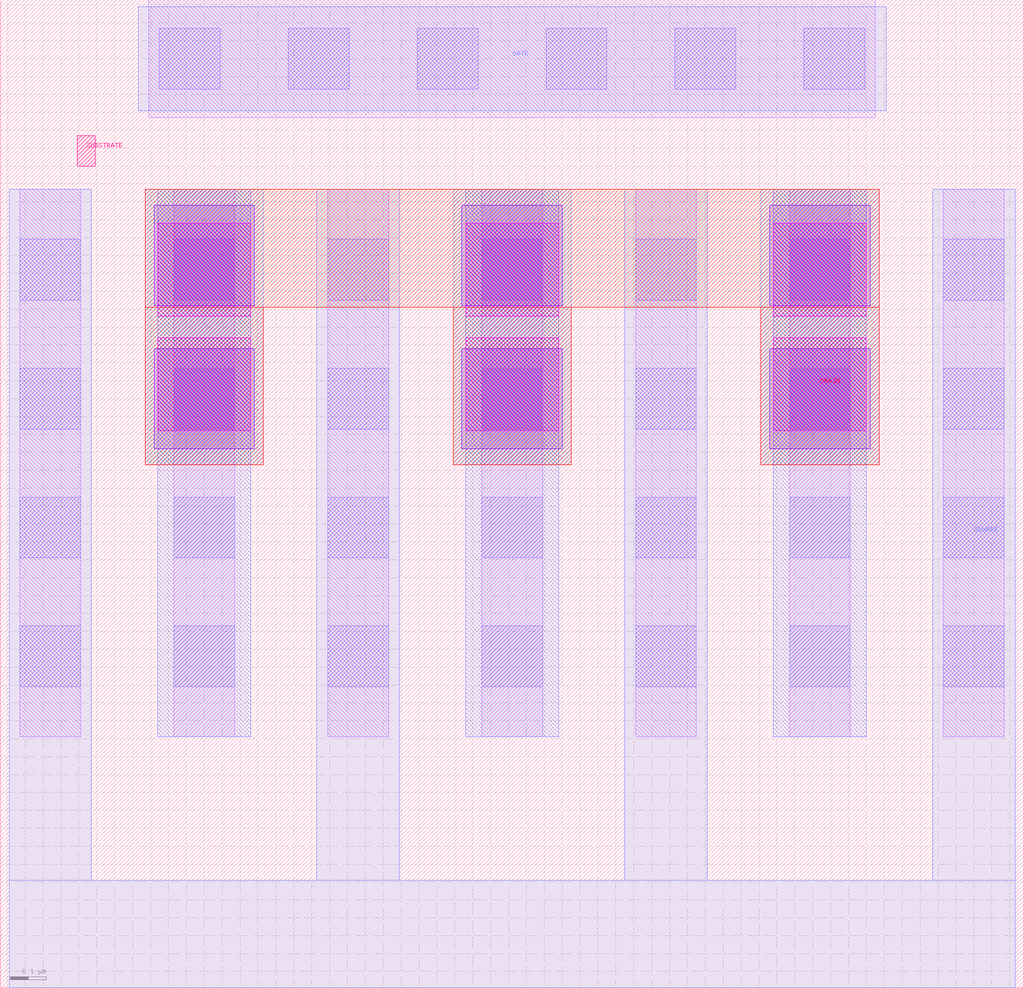
<source format=lef>
# Copyright 2020 The SkyWater PDK Authors
#
# Licensed under the Apache License, Version 2.0 (the "License");
# you may not use this file except in compliance with the License.
# You may obtain a copy of the License at
#
#     https://www.apache.org/licenses/LICENSE-2.0
#
# Unless required by applicable law or agreed to in writing, software
# distributed under the License is distributed on an "AS IS" BASIS,
# WITHOUT WARRANTIES OR CONDITIONS OF ANY KIND, either express or implied.
# See the License for the specific language governing permissions and
# limitations under the License.
#
# SPDX-License-Identifier: Apache-2.0

VERSION 5.7 ;
  NOWIREEXTENSIONATPIN ON ;
  DIVIDERCHAR "/" ;
  BUSBITCHARS "[]" ;
MACRO sky130_fd_pr__rf_nfet_01v8_lvt_aF06W1p65L0p15
  CLASS BLOCK ;
  FOREIGN sky130_fd_pr__rf_nfet_01v8_lvt_aF06W1p65L0p15 ;
  ORIGIN -0.180000  0.445000 ;
  SIZE  2.860000 BY  2.760000 ;
  PIN DRAIN
    ANTENNADIFFAREA  1.386000 ;
    PORT
      LAYER met3 ;
        RECT 0.585000 1.015000 0.915000 1.455000 ;
        RECT 0.585000 1.455000 2.635000 1.785000 ;
        RECT 1.445000 1.015000 1.775000 1.455000 ;
        RECT 2.305000 1.015000 2.635000 1.455000 ;
    END
  END DRAIN
  PIN GATE
    ANTENNAGATEAREA  1.485000 ;
    PORT
      LAYER met1 ;
        RECT 0.565000 2.005000 2.655000 2.295000 ;
    END
  END GATE
  PIN SOURCE
    ANTENNADIFFAREA  1.848000 ;
    PORT
      LAYER met1 ;
        RECT 0.205000 -0.445000 3.015000 -0.145000 ;
        RECT 0.205000 -0.145000 0.435000  1.785000 ;
        RECT 1.065000 -0.145000 1.295000  1.785000 ;
        RECT 1.925000 -0.145000 2.155000  1.785000 ;
        RECT 2.785000 -0.145000 3.015000  1.785000 ;
    END
  END SOURCE
  PIN SUBSTRATE
    PORT
      LAYER pwell ;
        RECT 0.395000 1.850000 0.445000 1.935000 ;
    END
  END SUBSTRATE
  OBS
    LAYER li1 ;
      RECT 0.235000 0.255000 0.405000 1.785000 ;
      RECT 0.595000 1.985000 2.625000 2.315000 ;
      RECT 0.665000 0.255000 0.835000 1.785000 ;
      RECT 1.095000 0.255000 1.265000 1.785000 ;
      RECT 1.525000 0.255000 1.695000 1.785000 ;
      RECT 1.955000 0.255000 2.125000 1.785000 ;
      RECT 2.385000 0.255000 2.555000 1.785000 ;
      RECT 2.815000 0.255000 2.985000 1.785000 ;
    LAYER mcon ;
      RECT 0.235000 0.395000 0.405000 0.565000 ;
      RECT 0.235000 0.755000 0.405000 0.925000 ;
      RECT 0.235000 1.115000 0.405000 1.285000 ;
      RECT 0.235000 1.475000 0.405000 1.645000 ;
      RECT 0.625000 2.065000 0.795000 2.235000 ;
      RECT 0.665000 0.395000 0.835000 0.565000 ;
      RECT 0.665000 0.755000 0.835000 0.925000 ;
      RECT 0.665000 1.115000 0.835000 1.285000 ;
      RECT 0.665000 1.475000 0.835000 1.645000 ;
      RECT 0.985000 2.065000 1.155000 2.235000 ;
      RECT 1.095000 0.395000 1.265000 0.565000 ;
      RECT 1.095000 0.755000 1.265000 0.925000 ;
      RECT 1.095000 1.115000 1.265000 1.285000 ;
      RECT 1.095000 1.475000 1.265000 1.645000 ;
      RECT 1.345000 2.065000 1.515000 2.235000 ;
      RECT 1.525000 0.395000 1.695000 0.565000 ;
      RECT 1.525000 0.755000 1.695000 0.925000 ;
      RECT 1.525000 1.115000 1.695000 1.285000 ;
      RECT 1.525000 1.475000 1.695000 1.645000 ;
      RECT 1.705000 2.065000 1.875000 2.235000 ;
      RECT 1.955000 0.395000 2.125000 0.565000 ;
      RECT 1.955000 0.755000 2.125000 0.925000 ;
      RECT 1.955000 1.115000 2.125000 1.285000 ;
      RECT 1.955000 1.475000 2.125000 1.645000 ;
      RECT 2.065000 2.065000 2.235000 2.235000 ;
      RECT 2.385000 0.395000 2.555000 0.565000 ;
      RECT 2.385000 0.755000 2.555000 0.925000 ;
      RECT 2.385000 1.115000 2.555000 1.285000 ;
      RECT 2.385000 1.475000 2.555000 1.645000 ;
      RECT 2.425000 2.065000 2.595000 2.235000 ;
      RECT 2.815000 0.395000 2.985000 0.565000 ;
      RECT 2.815000 0.755000 2.985000 0.925000 ;
      RECT 2.815000 1.115000 2.985000 1.285000 ;
      RECT 2.815000 1.475000 2.985000 1.645000 ;
    LAYER met1 ;
      RECT 0.620000 0.255000 0.880000 1.785000 ;
      RECT 1.480000 0.255000 1.740000 1.785000 ;
      RECT 2.340000 0.255000 2.600000 1.785000 ;
    LAYER met2 ;
      RECT 0.585000 1.015000 0.915000 1.785000 ;
      RECT 1.445000 1.015000 1.775000 1.785000 ;
      RECT 2.305000 1.015000 2.635000 1.785000 ;
    LAYER via ;
      RECT 0.620000 1.110000 0.880000 1.370000 ;
      RECT 0.620000 1.430000 0.880000 1.690000 ;
      RECT 1.480000 1.110000 1.740000 1.370000 ;
      RECT 1.480000 1.430000 1.740000 1.690000 ;
      RECT 2.340000 1.110000 2.600000 1.370000 ;
      RECT 2.340000 1.430000 2.600000 1.690000 ;
    LAYER via2 ;
      RECT 0.610000 1.060000 0.890000 1.340000 ;
      RECT 0.610000 1.460000 0.890000 1.740000 ;
      RECT 1.470000 1.060000 1.750000 1.340000 ;
      RECT 1.470000 1.460000 1.750000 1.740000 ;
      RECT 2.330000 1.060000 2.610000 1.340000 ;
      RECT 2.330000 1.460000 2.610000 1.740000 ;
  END
END sky130_fd_pr__rf_nfet_01v8_lvt_aF06W1p65L0p15
END LIBRARY

</source>
